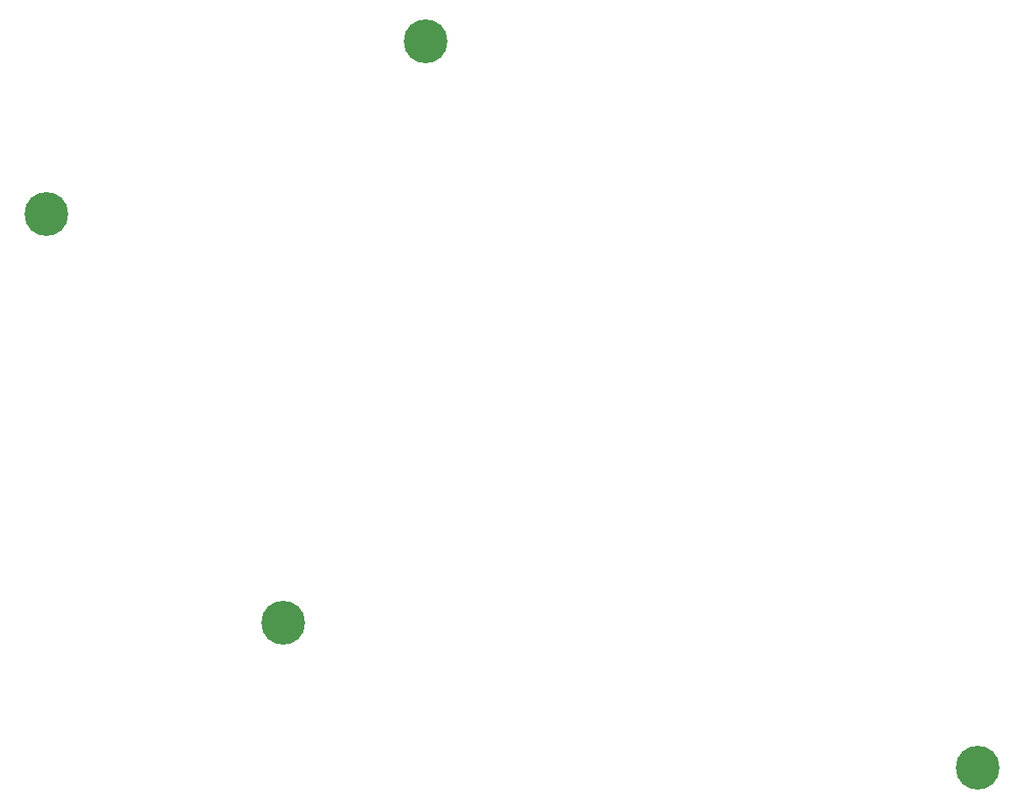
<source format=gbr>
%TF.GenerationSoftware,KiCad,Pcbnew,5.1.7*%
%TF.CreationDate,2020-11-17T12:38:13+01:00*%
%TF.ProjectId,split_3x_plate,73706c69-745f-4337-985f-706c6174652e,rev?*%
%TF.SameCoordinates,Original*%
%TF.FileFunction,Copper,L1,Top*%
%TF.FilePolarity,Positive*%
%FSLAX46Y46*%
G04 Gerber Fmt 4.6, Leading zero omitted, Abs format (unit mm)*
G04 Created by KiCad (PCBNEW 5.1.7) date 2020-11-17 12:38:13*
%MOMM*%
%LPD*%
G01*
G04 APERTURE LIST*
%TA.AperFunction,ComponentPad*%
%ADD10C,0.700000*%
%TD*%
%TA.AperFunction,ComponentPad*%
%ADD11C,4.400000*%
%TD*%
G04 APERTURE END LIST*
D10*
%TO.P,REF\u002A\u002A,1*%
%TO.N,N/C*%
X98066726Y-84533274D03*
X96900000Y-84050000D03*
X95733274Y-84533274D03*
X95250000Y-85700000D03*
X95733274Y-86866726D03*
X96900000Y-87350000D03*
X98066726Y-86866726D03*
X98550000Y-85700000D03*
D11*
X96900000Y-85700000D03*
%TD*%
D10*
%TO.P,REF\u002A\u002A,1*%
%TO.N,N/C*%
X121866726Y-125533274D03*
X120700000Y-125050000D03*
X119533274Y-125533274D03*
X119050000Y-126700000D03*
X119533274Y-127866726D03*
X120700000Y-128350000D03*
X121866726Y-127866726D03*
X122350000Y-126700000D03*
D11*
X120700000Y-126700000D03*
%TD*%
D10*
%TO.P,REF\u002A\u002A,1*%
%TO.N,N/C*%
X136166726Y-67133274D03*
X135000000Y-66650000D03*
X133833274Y-67133274D03*
X133350000Y-68300000D03*
X133833274Y-69466726D03*
X135000000Y-69950000D03*
X136166726Y-69466726D03*
X136650000Y-68300000D03*
D11*
X135000000Y-68300000D03*
%TD*%
D10*
%TO.P,REF\u002A\u002A,1*%
%TO.N,N/C*%
X191666726Y-140133274D03*
X190500000Y-139650000D03*
X189333274Y-140133274D03*
X188850000Y-141300000D03*
X189333274Y-142466726D03*
X190500000Y-142950000D03*
X191666726Y-142466726D03*
X192150000Y-141300000D03*
D11*
X190500000Y-141300000D03*
%TD*%
M02*

</source>
